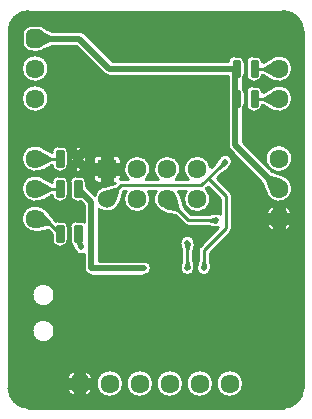
<source format=gbr>
G04 Generated by Ultiboard 13.0 *
%FSLAX25Y25*%
%MOIN*%

%ADD10C,0.00001*%
%ADD11C,0.01000*%
%ADD12C,0.02000*%
%ADD13C,0.06334*%
%ADD14R,0.02083X0.02083*%
%ADD15C,0.03917*%
%ADD16R,0.01084X0.04168*%
%ADD17C,0.01666*%
%ADD18C,0.02000*%
%ADD19C,0.06000*%
%ADD20R,0.06334X0.06334*%


G04 ColorRGB 0000FF for the following layer *
%LNCopper Bottom*%
%LPD*%
G54D10*
G36*
X99990Y7515D02*
X99990Y7515D01*
X99990Y126485D01*
G74*
D01*
G02X99992Y126555I2010J22*
G01*
G74*
D01*
G03X93555Y132992I6507J70*
G01*
G74*
D01*
G02X93485Y132990I92J2007*
G01*
X93485Y132990D01*
X8515Y132990D01*
G75*
D01*
G02X8445Y132992I22J2010*
G01*
G74*
D01*
G03X2008Y126555I70J6507*
G01*
G74*
D01*
G02X2010Y126485I2007J92*
G01*
X2010Y126485D01*
X2010Y7515D01*
G75*
D01*
G02X2008Y7445I-2010J22*
G01*
G74*
D01*
G03X8445Y1008I6507J70*
G01*
G75*
D01*
G02X8515Y1010I92J-2007*
G01*
X8515Y1010D01*
X93485Y1010D01*
G74*
D01*
G02X93555Y1008I22J2010*
G01*
G74*
D01*
G03X99992Y7445I70J6507*
G01*
G75*
D01*
G02X99990Y7515I2007J92*
G01*
D02*
G37*
%LPC*%
G36*
X90415Y109717D02*
G74*
D01*
G02X89586Y109994I207J1998*
G01*
X89586Y109994D01*
X86534Y111834D01*
G74*
D01*
G02X84292Y109672I2242J81*
G01*
X84292Y109672D01*
X83208Y109672D01*
G75*
D01*
G02X80964Y111916I0J2244*
G01*
X80964Y111916D01*
X80964Y116084D01*
G75*
D01*
G02X83208Y118328I2244J0*
G01*
X83208Y118328D01*
X84292Y118328D01*
G74*
D01*
G02X86534Y116166I1J2244*
G01*
X86534Y116166D01*
X89586Y118006D01*
G74*
D01*
G02X89746Y118092I1031J1726*
G01*
G74*
D01*
G02X90415Y118283I878J1807*
G01*
G75*
D01*
G02X90415Y109717I1582J-4283*
G01*
D02*
G37*
G36*
X90415Y99717D02*
G74*
D01*
G02X89586Y99994I207J1998*
G01*
X89586Y99994D01*
X86534Y101834D01*
G74*
D01*
G02X84292Y99672I2242J81*
G01*
X84292Y99672D01*
X83208Y99672D01*
G75*
D01*
G02X80964Y101916I0J2244*
G01*
X80964Y101916D01*
X80964Y106084D01*
G75*
D01*
G02X83208Y108328I2244J0*
G01*
X83208Y108328D01*
X84292Y108328D01*
G74*
D01*
G02X86534Y106166I1J2244*
G01*
X86534Y106166D01*
X89586Y108006D01*
G74*
D01*
G02X89746Y108092I1031J1726*
G01*
G74*
D01*
G02X90415Y108283I878J1807*
G01*
G75*
D01*
G02X90415Y99717I1582J-4283*
G01*
D02*
G37*
G36*
X88192Y91479D02*
G75*
D01*
G02X88192Y91479I3808J2521*
G01*
D02*
G37*
G36*
X88968Y80585D02*
X88968Y80585D01*
X89732Y79820D01*
X92479Y78810D01*
X92479Y78810D01*
X93616Y78391D01*
G74*
D01*
G02X94537Y77797I868J2356*
G01*
G75*
D01*
G02X88203Y71463I-2539J-3795*
G01*
G74*
D01*
G02X87607Y72388I1761J1789*
G01*
X87607Y72388D01*
X86180Y76268D01*
X75724Y86724D01*
G75*
D01*
G02X74988Y88505I1775J1776*
G01*
X74988Y88505D01*
X74988Y101591D01*
G75*
D01*
G02X74964Y101916I2219J327*
G01*
X74964Y101916D01*
X74964Y106084D01*
G74*
D01*
G02X74988Y106409I2244J2*
G01*
X74988Y106409D01*
X74988Y111488D01*
X35500Y111488D01*
G75*
D01*
G02X35159Y111511I-2J2512*
G01*
G74*
D01*
G02X33724Y112224I342J2489*
G01*
X33724Y112224D01*
X24459Y121488D01*
X16274Y121488D01*
X14179Y120573D01*
G74*
D01*
G02X11792Y119584I2387J2386*
G01*
X11792Y119584D01*
X9709Y119584D01*
G75*
D01*
G02X6334Y122959I0J3375*
G01*
X6334Y122959D01*
X6334Y125042D01*
G75*
D01*
G02X9709Y128416I3375J-1*
G01*
X9709Y128416D01*
X11792Y128416D01*
G74*
D01*
G02X14179Y127427I0J3374*
G01*
X14179Y127427D01*
X16274Y126512D01*
X25497Y126512D01*
G75*
D01*
G02X26339Y126368I4J-2512*
G01*
G74*
D01*
G02X27279Y125774I839J2368*
G01*
X27279Y125774D01*
X36541Y116512D01*
X75005Y116512D01*
G75*
D01*
G02X77208Y118328I2203J-428*
G01*
X77208Y118328D01*
X78292Y118328D01*
G74*
D01*
G02X80536Y116084I0J2244*
G01*
X80536Y116084D01*
X80536Y111916D01*
G75*
D01*
G02X80012Y110475I-2244J0*
G01*
X80012Y110475D01*
X80012Y107525D01*
G74*
D01*
G02X80536Y106084I1719J1441*
G01*
X80536Y106084D01*
X80536Y101916D01*
G75*
D01*
G02X80012Y100475I-2244J0*
G01*
X80012Y100475D01*
X80012Y89541D01*
X88585Y80968D01*
G75*
D01*
G02X88968Y80585I3414J3031*
G01*
D02*
G37*
G36*
X92479Y119458D02*
G75*
D01*
G02X92479Y119458I-479J4542*
G01*
D02*
G37*
G36*
X91113Y62254D02*
X91113Y62254D01*
X91113Y61287D01*
G74*
D01*
G02X90434Y61676I888J2337*
G01*
X90434Y61676D01*
X90434Y59625D01*
G74*
D01*
G02X87625Y62434I525J3334*
G01*
X87625Y62434D01*
X89802Y62434D01*
G74*
D01*
G02X89662Y62738I2195J1195*
G01*
X89662Y62738D01*
X90502Y62738D01*
G75*
D01*
G02X90109Y64512I1497J1262*
G01*
X90109Y64512D01*
X89662Y64512D01*
G74*
D01*
G02X90424Y65566I2337J887*
G01*
X90424Y65566D01*
X87625Y65566D01*
G74*
D01*
G02X90434Y68375I3333J524*
G01*
X90434Y68375D01*
X90434Y65574D01*
G74*
D01*
G02X91113Y65963I1567J1948*
G01*
X91113Y65963D01*
X91113Y65746D01*
G75*
D01*
G02X92887Y65746I887J-1746*
G01*
X92887Y65746D01*
X92887Y65963D01*
G74*
D01*
G02X93566Y65574I888J2337*
G01*
X93566Y65574D01*
X93566Y68375D01*
G74*
D01*
G02X96375Y65566I523J3332*
G01*
X96375Y65566D01*
X93576Y65566D01*
G74*
D01*
G02X94338Y64512I1575J1941*
G01*
X94338Y64512D01*
X93891Y64512D01*
G75*
D01*
G02X93498Y62738I-1891J-512*
G01*
X93498Y62738D01*
X94338Y62738D01*
G74*
D01*
G02X94198Y62434I2336J891*
G01*
X94198Y62434D01*
X96375Y62434D01*
G74*
D01*
G02X93566Y59625I3333J524*
G01*
X93566Y59625D01*
X93566Y61676D01*
G74*
D01*
G02X92887Y61287I1567J1948*
G01*
X92887Y61287D01*
X92887Y62254D01*
G75*
D01*
G02X91113Y62254I-887J1746*
G01*
D02*
G37*
G36*
X6942Y91479D02*
G75*
D01*
G02X6942Y91479I3808J2521*
G01*
D02*
G37*
G36*
X6183Y104000D02*
G75*
D01*
G02X6183Y104000I4567J0*
G01*
D02*
G37*
G36*
X6183Y114000D02*
G75*
D01*
G02X6183Y114000I4567J0*
G01*
D02*
G37*
G36*
X27755Y81545D02*
X27755Y81545D01*
X26175Y84000D01*
X27755Y86455D01*
G74*
D01*
G02X27786Y86084I2212J372*
G01*
X27786Y86084D01*
X27786Y81916D01*
G75*
D01*
G02X27755Y81545I-2244J1*
G01*
D02*
G37*
G36*
X26479Y88123D02*
X26479Y88123D01*
X25000Y85825D01*
X23521Y88123D01*
G75*
D01*
G02X24458Y88328I937J-2038*
G01*
X24458Y88328D01*
X25542Y88328D01*
G74*
D01*
G02X26479Y88123I0J2244*
G01*
D02*
G37*
G36*
X22245Y86455D02*
X22245Y86455D01*
X23825Y84000D01*
X22245Y81545D01*
G75*
D01*
G02X22214Y81916I2212J372*
G01*
X22214Y81916D01*
X22214Y86084D01*
G74*
D01*
G02X22245Y86455I2244J1*
G01*
D02*
G37*
G36*
X26479Y79877D02*
G74*
D01*
G02X25542Y79672I937J2038*
G01*
X25542Y79672D01*
X24458Y79672D01*
G75*
D01*
G02X23521Y79877I0J2244*
G01*
X23521Y79877D01*
X25000Y82175D01*
X26479Y79877D01*
D02*
G37*
G36*
X12335Y88283D02*
G74*
D01*
G02X13167Y88004I207J1998*
G01*
X13167Y88004D01*
X16216Y86166D01*
G75*
D01*
G02X18458Y88328I2242J-81*
G01*
X18458Y88328D01*
X19542Y88328D01*
G74*
D01*
G02X21786Y86084I0J2244*
G01*
X21786Y86084D01*
X21786Y81916D01*
G75*
D01*
G02X19542Y79672I-2244J0*
G01*
X19542Y79672D01*
X18458Y79672D01*
G75*
D01*
G02X16216Y81834I1J2244*
G01*
X16216Y81834D01*
X13165Y79995D01*
G74*
D01*
G02X13042Y79927I1033J1723*
G01*
G74*
D01*
G02X12335Y79717I916J1788*
G01*
G75*
D01*
G02X12335Y88283I-1582J4283*
G01*
D02*
G37*
G36*
X84613Y68162D02*
G74*
D01*
G02X83162Y69613I887J2338*
G01*
X83162Y69613D01*
X84613Y69613D01*
X84613Y68162D01*
D02*
G37*
G36*
X12335Y69717D02*
G75*
D01*
G02X12335Y78283I-1582J4283*
G01*
G74*
D01*
G02X13167Y78004I207J1998*
G01*
X13167Y78004D01*
X16216Y76166D01*
G75*
D01*
G02X18458Y78328I2242J-81*
G01*
X18458Y78328D01*
X19542Y78328D01*
G74*
D01*
G02X21786Y76084I0J2244*
G01*
X21786Y76084D01*
X21786Y71916D01*
G75*
D01*
G02X19542Y69672I-2244J0*
G01*
X19542Y69672D01*
X18458Y69672D01*
G75*
D01*
G02X16216Y71834I1J2244*
G01*
X16216Y71834D01*
X13165Y69995D01*
G74*
D01*
G02X13042Y69927I1033J1723*
G01*
G74*
D01*
G02X12335Y69717I916J1788*
G01*
D02*
G37*
G36*
X17661Y63181D02*
G75*
D01*
G02X18458Y63328I799J-2096*
G01*
X18458Y63328D01*
X19542Y63328D01*
G74*
D01*
G02X21786Y61084I0J2244*
G01*
X21786Y61084D01*
X21786Y56916D01*
G75*
D01*
G02X19542Y54672I-2244J0*
G01*
X19542Y54672D01*
X18458Y54672D01*
G75*
D01*
G02X16214Y56916I0J2244*
G01*
X16214Y56916D01*
X16214Y58944D01*
X15006Y60152D01*
X11761Y59434D01*
G75*
D01*
G02X10887Y59435I-435J1961*
G01*
G75*
D01*
G02X13618Y67554I-137J4565*
G01*
G74*
D01*
G02X14317Y67025I834J1828*
G01*
X14317Y67025D01*
X17126Y63716D01*
X17661Y63181D01*
D02*
G37*
G36*
X59000Y47478D02*
G75*
D01*
G02X59025Y47918I2006J107*
G01*
X59025Y47918D01*
X59490Y50669D01*
X59490Y52831D01*
X59025Y55582D01*
G75*
D01*
G02X59000Y56022I1982J333*
G01*
G75*
D01*
G02X64000Y56022I2500J0*
G01*
G75*
D01*
G02X63974Y55578I-2006J-105*
G01*
X63974Y55578D01*
X63510Y52831D01*
X63510Y50669D01*
X63974Y47922D01*
G75*
D01*
G02X64000Y47478I-1980J-339*
G01*
G75*
D01*
G02X59000Y47478I-2500J0*
G01*
D02*
G37*
G36*
X69500Y47478D02*
G75*
D01*
G02X64500Y47478I-2500J0*
G01*
G75*
D01*
G02X64525Y47918I2006J107*
G01*
X64525Y47918D01*
X64990Y50669D01*
X64990Y53497D01*
G75*
D01*
G02X65579Y54921I2010J2*
G01*
X65579Y54921D01*
X71784Y61126D01*
G74*
D01*
G02X71022Y61000I784J2374*
G01*
G75*
D01*
G02X70788Y61001I-108J2006*
G01*
G74*
D01*
G02X70582Y61025I129J2006*
G01*
X70582Y61025D01*
X67831Y61490D01*
X61751Y61490D01*
G75*
D01*
G02X60329Y62079I0J2010*
G01*
X60329Y62079D01*
X57378Y65030D01*
X53627Y65960D01*
G74*
D01*
G02X52842Y66351I482J1950*
G01*
G75*
D01*
G02X50966Y73057I1907J4149*
G01*
X50966Y73057D01*
X48534Y73057D01*
G75*
D01*
G02X40966Y73057I-3784J-2555*
G01*
X40966Y73057D01*
X40149Y73057D01*
X40087Y72995D01*
X39106Y69333D01*
G74*
D01*
G02X39082Y69252I1938J530*
G01*
G74*
D01*
G02X38694Y68548I1918J598*
G01*
G75*
D01*
G02X32012Y67056I-3943J1952*
G01*
X32012Y67056D01*
X32012Y50012D01*
X47000Y50012D01*
G75*
D01*
G02X47000Y44988I0J-2512*
G01*
X47000Y44988D01*
X29500Y44988D01*
G75*
D01*
G02X26988Y47500I0J2512*
G01*
X26988Y47500D01*
X26988Y52203D01*
G75*
D01*
G02X23651Y53646I-987J2297*
G01*
G74*
D01*
G02X23527Y54072I1854J771*
G01*
X23527Y54072D01*
X23514Y54147D01*
G74*
D01*
G02X23013Y55199I1485J1353*
G01*
G75*
D01*
G02X22214Y56916I1445J1717*
G01*
X22214Y56916D01*
X22214Y61084D01*
G75*
D01*
G02X24458Y63328I2244J0*
G01*
X24458Y63328D01*
X25542Y63328D01*
G74*
D01*
G02X26988Y62800I0J2244*
G01*
X26988Y62800D01*
X26988Y68459D01*
X25764Y69683D01*
G74*
D01*
G02X25542Y69672I222J2233*
G01*
X25542Y69672D01*
X24458Y69672D01*
G75*
D01*
G02X22214Y71916I0J2244*
G01*
X22214Y71916D01*
X22214Y76084D01*
G75*
D01*
G02X24458Y78328I2244J0*
G01*
X24458Y78328D01*
X25542Y78328D01*
G74*
D01*
G02X27786Y76084I0J2244*
G01*
X27786Y76084D01*
X27786Y74767D01*
X30598Y71955D01*
G74*
D01*
G02X32798Y74443I4152J1454*
G01*
G74*
D01*
G02X33586Y74857I1305J1527*
G01*
X33586Y74857D01*
X37245Y75837D01*
X37334Y75926D01*
X36372Y75926D01*
X36372Y78878D01*
X39324Y78878D01*
X39324Y77333D01*
G75*
D01*
G02X39300Y77077I-1407J3*
G01*
G75*
D01*
G02X39319Y77077I10J-2010*
G01*
X39319Y77077D01*
X41727Y77077D01*
G75*
D01*
G02X47773Y77077I3023J3422*
G01*
X47773Y77077D01*
X51727Y77077D01*
G75*
D01*
G02X57773Y77077I3023J3422*
G01*
X57773Y77077D01*
X61727Y77077D01*
G75*
D01*
G02X69275Y81117I3024J3421*
G01*
X69275Y81117D01*
X70338Y82180D01*
X71954Y84454D01*
G74*
D01*
G02X72248Y84784I1638J1163*
G01*
G75*
D01*
G02X75783Y81248I1760J-1776*
G01*
G74*
D01*
G02X75453Y80954I1493J1343*
G01*
X75453Y80954D01*
X73180Y79338D01*
X71342Y77500D01*
X75919Y72923D01*
G74*
D01*
G02X76510Y71500I1418J1423*
G01*
X76510Y71500D01*
X76510Y61000D01*
G75*
D01*
G02X75919Y59577I-2010J1*
G01*
X75919Y59577D01*
X69010Y52668D01*
X69010Y50669D01*
X69474Y47922D01*
G75*
D01*
G02X69500Y47478I-1980J-339*
G01*
D02*
G37*
G36*
X33000Y80500D02*
G75*
D01*
G02X33000Y80500I1750J0*
G01*
D02*
G37*
G36*
X30176Y77333D02*
X30176Y77333D01*
X30176Y78878D01*
X33128Y78878D01*
X33128Y75926D01*
X31583Y75926D01*
G75*
D01*
G02X30176Y77333I0J1407*
G01*
D02*
G37*
G36*
X84850Y70500D02*
G75*
D01*
G02X84850Y70500I650J0*
G01*
D02*
G37*
G36*
X87838Y69613D02*
G74*
D01*
G02X86387Y68162I2338J887*
G01*
X86387Y68162D01*
X86387Y69613D01*
X87838Y69613D01*
D02*
G37*
G36*
X83162Y71387D02*
G74*
D01*
G02X84613Y72838I2338J887*
G01*
X84613Y72838D01*
X84613Y71387D01*
X83162Y71387D01*
D02*
G37*
G36*
X86387Y72838D02*
G74*
D01*
G02X87838Y71387I887J2338*
G01*
X87838Y71387D01*
X86387Y71387D01*
X86387Y72838D01*
D02*
G37*
G36*
X39324Y83667D02*
X39324Y83667D01*
X39324Y82122D01*
X36372Y82122D01*
X36372Y85074D01*
X37917Y85074D01*
G74*
D01*
G02X39324Y83667I0J1407*
G01*
D02*
G37*
G36*
X30176Y83667D02*
G75*
D01*
G02X31583Y85074I1407J0*
G01*
X31583Y85074D01*
X33128Y85074D01*
X33128Y82122D01*
X30176Y82122D01*
X30176Y83667D01*
D02*
G37*
G36*
X43521Y33387D02*
G74*
D01*
G02X44972Y34838I2337J886*
G01*
X44972Y34838D01*
X44972Y33387D01*
X43521Y33387D01*
D02*
G37*
G36*
X45208Y32500D02*
G75*
D01*
G02X45208Y32500I650J0*
G01*
D02*
G37*
G36*
X46745Y34838D02*
G74*
D01*
G02X48196Y33387I887J2338*
G01*
X48196Y33387D01*
X46745Y33387D01*
X46745Y34838D01*
D02*
G37*
G36*
X9650Y38500D02*
G75*
D01*
G02X9650Y38500I3850J0*
G01*
D02*
G37*
G36*
X48196Y31613D02*
G74*
D01*
G02X46745Y30162I2338J887*
G01*
X46745Y30162D01*
X46745Y31613D01*
X48196Y31613D01*
D02*
G37*
G36*
X44972Y30162D02*
G74*
D01*
G02X43521Y31613I887J2338*
G01*
X43521Y31613D01*
X44972Y31613D01*
X44972Y30162D01*
D02*
G37*
G36*
X42162Y20887D02*
G74*
D01*
G02X43613Y22338I2338J887*
G01*
X43613Y22338D01*
X43613Y20887D01*
X42162Y20887D01*
D02*
G37*
G36*
X45387Y22338D02*
G74*
D01*
G02X46838Y20887I887J2338*
G01*
X46838Y20887D01*
X45387Y20887D01*
X45387Y22338D01*
D02*
G37*
G36*
X46838Y19113D02*
G74*
D01*
G02X45387Y17662I2338J887*
G01*
X45387Y17662D01*
X45387Y19113D01*
X46838Y19113D01*
D02*
G37*
G36*
X43613Y17662D02*
G74*
D01*
G02X42162Y19113I887J2338*
G01*
X42162Y19113D01*
X43613Y19113D01*
X43613Y17662D01*
D02*
G37*
G36*
X43850Y20000D02*
G75*
D01*
G02X43850Y20000I650J0*
G01*
D02*
G37*
G36*
X9650Y26500D02*
G75*
D01*
G02X9650Y26500I3850J0*
G01*
D02*
G37*
G36*
X71058Y9000D02*
G75*
D01*
G02X71058Y9000I4567J0*
G01*
D02*
G37*
G36*
X61058Y9000D02*
G75*
D01*
G02X61058Y9000I4567J0*
G01*
D02*
G37*
G36*
X51058Y9000D02*
G75*
D01*
G02X51058Y9000I4567J0*
G01*
D02*
G37*
G36*
X41058Y9000D02*
G75*
D01*
G02X41058Y9000I4567J0*
G01*
D02*
G37*
G36*
X31058Y9000D02*
G75*
D01*
G02X31058Y9000I4567J0*
G01*
D02*
G37*
G36*
X30001Y10566D02*
X30001Y10566D01*
X27191Y10566D01*
X27191Y13375D01*
G74*
D01*
G02X30001Y10566I522J3332*
G01*
D02*
G37*
G36*
X24059Y13375D02*
X24059Y13375D01*
X24059Y10566D01*
X21250Y10566D01*
G74*
D01*
G02X24059Y13375I3333J524*
G01*
D02*
G37*
G36*
X27191Y4625D02*
X27191Y4625D01*
X27191Y7434D01*
X30001Y7434D01*
G74*
D01*
G02X27191Y4625I3334J525*
G01*
D02*
G37*
G36*
X23667Y9000D02*
G75*
D01*
G02X23667Y9000I1958J0*
G01*
D02*
G37*
G36*
X21250Y7434D02*
X21250Y7434D01*
X24059Y7434D01*
X24059Y4625D01*
G74*
D01*
G02X21250Y7434I525J3334*
G01*
D02*
G37*
%LPD*%
G36*
X60966Y73057D02*
X60966Y73057D01*
X58534Y73057D01*
G74*
D01*
G02X58899Y72408I3784J2555*
G01*
G74*
D01*
G02X59290Y71623I1559J1267*
G01*
X59290Y71623D01*
X60220Y67872D01*
X62582Y65510D01*
X67831Y65510D01*
X70582Y65975D01*
G75*
D01*
G02X70934Y66003I335J-1982*
G01*
G74*
D01*
G02X71022Y66000I24J2010*
G01*
G74*
D01*
G02X72490Y65507I23J2500*
G01*
X72490Y65507D01*
X72490Y70668D01*
X68500Y74658D01*
X67769Y73927D01*
G75*
D01*
G02X60966Y73057I-3019J-3427*
G01*
D02*
G37*
G54D11*
X60966Y73057D02*
X58534Y73057D01*
G74*
D01*
G02X58899Y72408I3784J2555*
G01*
G74*
D01*
G02X59290Y71623I1559J1267*
G01*
X60220Y67872D01*
X62582Y65510D01*
X67831Y65510D01*
X70582Y65975D01*
G75*
D01*
G02X70934Y66003I335J-1982*
G01*
G74*
D01*
G02X71022Y66000I24J2010*
G01*
G74*
D01*
G02X72490Y65507I23J2500*
G01*
X72490Y70668D01*
X68500Y74658D01*
X67769Y73927D01*
G75*
D01*
G02X60966Y73057I-3019J-3427*
G01*
X90415Y109717D02*
G74*
D01*
G02X89586Y109994I207J1998*
G01*
X86534Y111834D01*
G74*
D01*
G02X84292Y109672I2242J81*
G01*
X83208Y109672D01*
G75*
D01*
G02X80964Y111916I0J2244*
G01*
X80964Y116084D01*
G75*
D01*
G02X83208Y118328I2244J0*
G01*
X84292Y118328D01*
G74*
D01*
G02X86534Y116166I1J2244*
G01*
X89586Y118006D01*
G74*
D01*
G02X89746Y118092I1031J1726*
G01*
G74*
D01*
G02X90415Y118283I878J1807*
G01*
G75*
D01*
G02X90415Y109717I1582J-4283*
G01*
X90415Y99717D02*
G74*
D01*
G02X89586Y99994I207J1998*
G01*
X86534Y101834D01*
G74*
D01*
G02X84292Y99672I2242J81*
G01*
X83208Y99672D01*
G75*
D01*
G02X80964Y101916I0J2244*
G01*
X80964Y106084D01*
G75*
D01*
G02X83208Y108328I2244J0*
G01*
X84292Y108328D01*
G74*
D01*
G02X86534Y106166I1J2244*
G01*
X89586Y108006D01*
G74*
D01*
G02X89746Y108092I1031J1726*
G01*
G74*
D01*
G02X90415Y108283I878J1807*
G01*
G75*
D01*
G02X90415Y99717I1582J-4283*
G01*
X88192Y91479D02*
G75*
D01*
G02X88192Y91479I3808J2521*
G01*
X88968Y80585D02*
X89732Y79820D01*
X92479Y78810D01*
X92479Y78810D01*
X93616Y78391D01*
G74*
D01*
G02X94537Y77797I868J2356*
G01*
G75*
D01*
G02X88203Y71463I-2539J-3795*
G01*
G74*
D01*
G02X87607Y72388I1761J1789*
G01*
X86180Y76268D01*
X75724Y86724D01*
G75*
D01*
G02X74988Y88505I1775J1776*
G01*
X74988Y101591D01*
G75*
D01*
G02X74964Y101916I2219J327*
G01*
X74964Y106084D01*
G74*
D01*
G02X74988Y106409I2244J2*
G01*
X74988Y111488D01*
X35500Y111488D01*
G75*
D01*
G02X35159Y111511I-2J2512*
G01*
G74*
D01*
G02X33724Y112224I342J2489*
G01*
X24459Y121488D01*
X16274Y121488D01*
X14179Y120573D01*
G74*
D01*
G02X11792Y119584I2387J2386*
G01*
X9709Y119584D01*
G75*
D01*
G02X6334Y122959I0J3375*
G01*
X6334Y125042D01*
G75*
D01*
G02X9709Y128416I3375J-1*
G01*
X11792Y128416D01*
G74*
D01*
G02X14179Y127427I0J3374*
G01*
X16274Y126512D01*
X25497Y126512D01*
G75*
D01*
G02X26339Y126368I4J-2512*
G01*
G74*
D01*
G02X27279Y125774I839J2368*
G01*
X36541Y116512D01*
X75005Y116512D01*
G75*
D01*
G02X77208Y118328I2203J-428*
G01*
X78292Y118328D01*
G74*
D01*
G02X80536Y116084I0J2244*
G01*
X80536Y111916D01*
G75*
D01*
G02X80012Y110475I-2244J0*
G01*
X80012Y107525D01*
G74*
D01*
G02X80536Y106084I1719J1441*
G01*
X80536Y101916D01*
G75*
D01*
G02X80012Y100475I-2244J0*
G01*
X80012Y89541D01*
X88585Y80968D01*
G75*
D01*
G02X88968Y80585I3414J3031*
G01*
X92479Y119458D02*
G75*
D01*
G02X92479Y119458I-479J4542*
G01*
X91113Y62254D02*
X91113Y61287D01*
G74*
D01*
G02X90434Y61676I888J2337*
G01*
X90434Y59625D01*
G74*
D01*
G02X87625Y62434I525J3334*
G01*
X89802Y62434D01*
G74*
D01*
G02X89662Y62738I2195J1195*
G01*
X90502Y62738D01*
G75*
D01*
G02X90109Y64512I1497J1262*
G01*
X89662Y64512D01*
G74*
D01*
G02X90424Y65566I2337J887*
G01*
X87625Y65566D01*
G74*
D01*
G02X90434Y68375I3333J524*
G01*
X90434Y65574D01*
G74*
D01*
G02X91113Y65963I1567J1948*
G01*
X91113Y65746D01*
G75*
D01*
G02X92887Y65746I887J-1746*
G01*
X92887Y65963D01*
G74*
D01*
G02X93566Y65574I888J2337*
G01*
X93566Y68375D01*
G74*
D01*
G02X96375Y65566I523J3332*
G01*
X93576Y65566D01*
G74*
D01*
G02X94338Y64512I1575J1941*
G01*
X93891Y64512D01*
G75*
D01*
G02X93498Y62738I-1891J-512*
G01*
X94338Y62738D01*
G74*
D01*
G02X94198Y62434I2336J891*
G01*
X96375Y62434D01*
G74*
D01*
G02X93566Y59625I3333J524*
G01*
X93566Y61676D01*
G74*
D01*
G02X92887Y61287I1567J1948*
G01*
X92887Y62254D01*
G75*
D01*
G02X91113Y62254I-887J1746*
G01*
X6942Y91479D02*
G75*
D01*
G02X6942Y91479I3808J2521*
G01*
X6183Y104000D02*
G75*
D01*
G02X6183Y104000I4567J0*
G01*
X6183Y114000D02*
G75*
D01*
G02X6183Y114000I4567J0*
G01*
X27755Y81545D02*
X26175Y84000D01*
X27755Y86455D01*
G74*
D01*
G02X27786Y86084I2212J372*
G01*
X27786Y81916D01*
G75*
D01*
G02X27755Y81545I-2244J1*
G01*
X26479Y88123D02*
X25000Y85825D01*
X23521Y88123D01*
G75*
D01*
G02X24458Y88328I937J-2038*
G01*
X25542Y88328D01*
G74*
D01*
G02X26479Y88123I0J2244*
G01*
X22245Y86455D02*
X23825Y84000D01*
X22245Y81545D01*
G75*
D01*
G02X22214Y81916I2212J372*
G01*
X22214Y86084D01*
G74*
D01*
G02X22245Y86455I2244J1*
G01*
X26479Y79877D02*
G74*
D01*
G02X25542Y79672I937J2038*
G01*
X24458Y79672D01*
G75*
D01*
G02X23521Y79877I0J2244*
G01*
X25000Y82175D01*
X26479Y79877D01*
X12335Y88283D02*
G74*
D01*
G02X13167Y88004I207J1998*
G01*
X16216Y86166D01*
G75*
D01*
G02X18458Y88328I2242J-81*
G01*
X19542Y88328D01*
G74*
D01*
G02X21786Y86084I0J2244*
G01*
X21786Y81916D01*
G75*
D01*
G02X19542Y79672I-2244J0*
G01*
X18458Y79672D01*
G75*
D01*
G02X16216Y81834I1J2244*
G01*
X13165Y79995D01*
G74*
D01*
G02X13042Y79927I1033J1723*
G01*
G74*
D01*
G02X12335Y79717I916J1788*
G01*
G75*
D01*
G02X12335Y88283I-1582J4283*
G01*
X84613Y68162D02*
G74*
D01*
G02X83162Y69613I887J2338*
G01*
X84613Y69613D01*
X84613Y68162D01*
X12335Y69717D02*
G75*
D01*
G02X12335Y78283I-1582J4283*
G01*
G74*
D01*
G02X13167Y78004I207J1998*
G01*
X16216Y76166D01*
G75*
D01*
G02X18458Y78328I2242J-81*
G01*
X19542Y78328D01*
G74*
D01*
G02X21786Y76084I0J2244*
G01*
X21786Y71916D01*
G75*
D01*
G02X19542Y69672I-2244J0*
G01*
X18458Y69672D01*
G75*
D01*
G02X16216Y71834I1J2244*
G01*
X13165Y69995D01*
G74*
D01*
G02X13042Y69927I1033J1723*
G01*
G74*
D01*
G02X12335Y69717I916J1788*
G01*
X17661Y63181D02*
G75*
D01*
G02X18458Y63328I799J-2096*
G01*
X19542Y63328D01*
G74*
D01*
G02X21786Y61084I0J2244*
G01*
X21786Y56916D01*
G75*
D01*
G02X19542Y54672I-2244J0*
G01*
X18458Y54672D01*
G75*
D01*
G02X16214Y56916I0J2244*
G01*
X16214Y58944D01*
X15006Y60152D01*
X11761Y59434D01*
G75*
D01*
G02X10887Y59435I-435J1961*
G01*
G75*
D01*
G02X13618Y67554I-137J4565*
G01*
G74*
D01*
G02X14317Y67025I834J1828*
G01*
X17126Y63716D01*
X17661Y63181D01*
X59000Y47478D02*
G75*
D01*
G02X59025Y47918I2006J107*
G01*
X59490Y50669D01*
X59490Y52831D01*
X59025Y55582D01*
G75*
D01*
G02X59000Y56022I1982J333*
G01*
G75*
D01*
G02X64000Y56022I2500J0*
G01*
G75*
D01*
G02X63974Y55578I-2006J-105*
G01*
X63510Y52831D01*
X63510Y50669D01*
X63974Y47922D01*
G75*
D01*
G02X64000Y47478I-1980J-339*
G01*
G75*
D01*
G02X59000Y47478I-2500J0*
G01*
X69500Y47478D02*
G75*
D01*
G02X64500Y47478I-2500J0*
G01*
G75*
D01*
G02X64525Y47918I2006J107*
G01*
X64990Y50669D01*
X64990Y53497D01*
G75*
D01*
G02X65579Y54921I2010J2*
G01*
X71784Y61126D01*
G74*
D01*
G02X71022Y61000I784J2374*
G01*
G75*
D01*
G02X70788Y61001I-108J2006*
G01*
G74*
D01*
G02X70582Y61025I129J2006*
G01*
X67831Y61490D01*
X61751Y61490D01*
G75*
D01*
G02X60329Y62079I0J2010*
G01*
X57378Y65030D01*
X53627Y65960D01*
G74*
D01*
G02X52842Y66351I482J1950*
G01*
G75*
D01*
G02X50966Y73057I1907J4149*
G01*
X48534Y73057D01*
G75*
D01*
G02X40966Y73057I-3784J-2555*
G01*
X40149Y73057D01*
X40087Y72995D01*
X39106Y69333D01*
G74*
D01*
G02X39082Y69252I1938J530*
G01*
G74*
D01*
G02X38694Y68548I1918J598*
G01*
G75*
D01*
G02X32012Y67056I-3943J1952*
G01*
X32012Y50012D01*
X47000Y50012D01*
G75*
D01*
G02X47000Y44988I0J-2512*
G01*
X29500Y44988D01*
G75*
D01*
G02X26988Y47500I0J2512*
G01*
X26988Y52203D01*
G75*
D01*
G02X23651Y53646I-987J2297*
G01*
G74*
D01*
G02X23527Y54072I1854J771*
G01*
X23514Y54147D01*
G74*
D01*
G02X23013Y55199I1485J1353*
G01*
G75*
D01*
G02X22214Y56916I1445J1717*
G01*
X22214Y61084D01*
G75*
D01*
G02X24458Y63328I2244J0*
G01*
X25542Y63328D01*
G74*
D01*
G02X26988Y62800I0J2244*
G01*
X26988Y68459D01*
X25764Y69683D01*
G74*
D01*
G02X25542Y69672I222J2233*
G01*
X24458Y69672D01*
G75*
D01*
G02X22214Y71916I0J2244*
G01*
X22214Y76084D01*
G75*
D01*
G02X24458Y78328I2244J0*
G01*
X25542Y78328D01*
G74*
D01*
G02X27786Y76084I0J2244*
G01*
X27786Y74767D01*
X30598Y71955D01*
G74*
D01*
G02X32798Y74443I4152J1454*
G01*
G74*
D01*
G02X33586Y74857I1305J1527*
G01*
X37245Y75837D01*
X37334Y75926D01*
X36372Y75926D01*
X36372Y78878D01*
X39324Y78878D01*
X39324Y77333D01*
G75*
D01*
G02X39300Y77077I-1407J3*
G01*
G75*
D01*
G02X39319Y77077I10J-2010*
G01*
X41727Y77077D01*
G75*
D01*
G02X47773Y77077I3023J3422*
G01*
X51727Y77077D01*
G75*
D01*
G02X57773Y77077I3023J3422*
G01*
X61727Y77077D01*
G75*
D01*
G02X69275Y81117I3024J3421*
G01*
X70338Y82180D01*
X71954Y84454D01*
G74*
D01*
G02X72248Y84784I1638J1163*
G01*
G75*
D01*
G02X75783Y81248I1760J-1776*
G01*
G74*
D01*
G02X75453Y80954I1493J1343*
G01*
X73180Y79338D01*
X71342Y77500D01*
X75919Y72923D01*
G74*
D01*
G02X76510Y71500I1418J1423*
G01*
X76510Y61000D01*
G75*
D01*
G02X75919Y59577I-2010J1*
G01*
X69010Y52668D01*
X69010Y50669D01*
X69474Y47922D01*
G75*
D01*
G02X69500Y47478I-1980J-339*
G01*
X33000Y80500D02*
G75*
D01*
G02X33000Y80500I1750J0*
G01*
X30176Y77333D02*
X30176Y78878D01*
X33128Y78878D01*
X33128Y75926D01*
X31583Y75926D01*
G75*
D01*
G02X30176Y77333I0J1407*
G01*
X84850Y70500D02*
G75*
D01*
G02X84850Y70500I650J0*
G01*
X87838Y69613D02*
G74*
D01*
G02X86387Y68162I2338J887*
G01*
X86387Y69613D01*
X87838Y69613D01*
X83162Y71387D02*
G74*
D01*
G02X84613Y72838I2338J887*
G01*
X84613Y71387D01*
X83162Y71387D01*
X86387Y72838D02*
G74*
D01*
G02X87838Y71387I887J2338*
G01*
X86387Y71387D01*
X86387Y72838D01*
X39324Y83667D02*
X39324Y82122D01*
X36372Y82122D01*
X36372Y85074D01*
X37917Y85074D01*
G74*
D01*
G02X39324Y83667I0J1407*
G01*
X30176Y83667D02*
G75*
D01*
G02X31583Y85074I1407J0*
G01*
X33128Y85074D01*
X33128Y82122D01*
X30176Y82122D01*
X30176Y83667D01*
X43521Y33387D02*
G74*
D01*
G02X44972Y34838I2337J886*
G01*
X44972Y33387D01*
X43521Y33387D01*
X45208Y32500D02*
G75*
D01*
G02X45208Y32500I650J0*
G01*
X46745Y34838D02*
G74*
D01*
G02X48196Y33387I887J2338*
G01*
X46745Y33387D01*
X46745Y34838D01*
X9650Y38500D02*
G75*
D01*
G02X9650Y38500I3850J0*
G01*
X48196Y31613D02*
G74*
D01*
G02X46745Y30162I2338J887*
G01*
X46745Y31613D01*
X48196Y31613D01*
X44972Y30162D02*
G74*
D01*
G02X43521Y31613I887J2338*
G01*
X44972Y31613D01*
X44972Y30162D01*
X42162Y20887D02*
G74*
D01*
G02X43613Y22338I2338J887*
G01*
X43613Y20887D01*
X42162Y20887D01*
X45387Y22338D02*
G74*
D01*
G02X46838Y20887I887J2338*
G01*
X45387Y20887D01*
X45387Y22338D01*
X46838Y19113D02*
G74*
D01*
G02X45387Y17662I2338J887*
G01*
X45387Y19113D01*
X46838Y19113D01*
X43613Y17662D02*
G74*
D01*
G02X42162Y19113I887J2338*
G01*
X43613Y19113D01*
X43613Y17662D01*
X43850Y20000D02*
G75*
D01*
G02X43850Y20000I650J0*
G01*
X9650Y26500D02*
G75*
D01*
G02X9650Y26500I3850J0*
G01*
X71058Y9000D02*
G75*
D01*
G02X71058Y9000I4567J0*
G01*
X61058Y9000D02*
G75*
D01*
G02X61058Y9000I4567J0*
G01*
X51058Y9000D02*
G75*
D01*
G02X51058Y9000I4567J0*
G01*
X41058Y9000D02*
G75*
D01*
G02X41058Y9000I4567J0*
G01*
X31058Y9000D02*
G75*
D01*
G02X31058Y9000I4567J0*
G01*
X30001Y10566D02*
X27191Y10566D01*
X27191Y13375D01*
G74*
D01*
G02X30001Y10566I522J3332*
G01*
X24059Y13375D02*
X24059Y10566D01*
X21250Y10566D01*
G74*
D01*
G02X24059Y13375I3333J524*
G01*
X27191Y4625D02*
X27191Y7434D01*
X30001Y7434D01*
G74*
D01*
G02X27191Y4625I3334J525*
G01*
X23667Y9000D02*
G75*
D01*
G02X23667Y9000I1958J0*
G01*
X21250Y7434D02*
X24059Y7434D01*
X24059Y4625D01*
G74*
D01*
G02X21250Y7434I525J3334*
G01*
X99990Y7515D02*
X99990Y126485D01*
G74*
D01*
G02X99992Y126555I2010J22*
G01*
G74*
D01*
G03X93555Y132992I6507J70*
G01*
G74*
D01*
G02X93485Y132990I92J2007*
G01*
X8515Y132990D01*
G75*
D01*
G02X8445Y132992I22J2010*
G01*
G74*
D01*
G03X2008Y126555I70J6507*
G01*
G74*
D01*
G02X2010Y126485I2007J92*
G01*
X2010Y7515D01*
G75*
D01*
G02X2008Y7445I-2010J22*
G01*
G74*
D01*
G03X8445Y1008I6507J70*
G01*
G75*
D01*
G02X8515Y1010I92J-2007*
G01*
X93485Y1010D01*
G74*
D01*
G02X93555Y1008I22J2010*
G01*
G74*
D01*
G03X99992Y7445I70J6507*
G01*
G75*
D01*
G02X99990Y7515I2007J92*
G01*
X19000Y59000D02*
X14000Y64000D01*
X10625Y64000D01*
X26000Y54500D02*
X25000Y55500D01*
X25000Y59000D01*
X34750Y70500D02*
X39317Y75067D01*
X66067Y75067D01*
X74000Y83000D01*
X11000Y74000D02*
X19000Y74000D01*
X19000Y84000D02*
X10750Y84000D01*
X54750Y70500D02*
X61750Y63500D01*
X71000Y63500D01*
X61500Y47500D02*
X61500Y56000D01*
X68500Y77500D02*
X74500Y71500D01*
X67000Y53500D02*
X74500Y61000D01*
X74500Y71500D01*
X67000Y53500D02*
X67000Y47500D01*
X84000Y114000D02*
X92000Y114000D01*
X83750Y104000D02*
X92250Y104000D01*
G36*
X58404Y66846D02*
X58404Y66846D01*
X54108Y67911D01*
X57339Y71142D01*
X58404Y66846D01*
D02*
G37*
X54108Y67911D01*
X57339Y71142D01*
X58404Y66846D01*
G36*
X38286Y74036D02*
X38286Y74036D01*
X37165Y69853D01*
X34103Y72915D01*
X38286Y74036D01*
D02*
G37*
X37165Y69853D01*
X34103Y72915D01*
X38286Y74036D01*
G36*
X86833Y104000D02*
X86833Y104000D01*
X90623Y106284D01*
X90623Y101716D01*
X86833Y104000D01*
D02*
G37*
X90623Y106284D01*
X90623Y101716D01*
X86833Y104000D01*
G36*
X86833Y114000D02*
X86833Y114000D01*
X90623Y116284D01*
X90623Y111716D01*
X86833Y114000D01*
D02*
G37*
X90623Y116284D01*
X90623Y111716D01*
X86833Y114000D01*
G36*
X67000Y50500D02*
X67000Y50500D01*
X67493Y47583D01*
X66507Y47583D01*
X67000Y50500D01*
D02*
G37*
X67493Y47583D01*
X66507Y47583D01*
X67000Y50500D01*
G36*
X61500Y53000D02*
X61500Y53000D01*
X61007Y55917D01*
X61993Y55917D01*
X61500Y53000D01*
D02*
G37*
X61007Y55917D01*
X61993Y55917D01*
X61500Y53000D01*
G36*
X61500Y50500D02*
X61500Y50500D01*
X61993Y47583D01*
X61007Y47583D01*
X61500Y50500D01*
D02*
G37*
X61993Y47583D01*
X61007Y47583D01*
X61500Y50500D01*
G36*
X68000Y63500D02*
X68000Y63500D01*
X70917Y63993D01*
X70917Y63007D01*
X68000Y63500D01*
D02*
G37*
X70917Y63993D01*
X70917Y63007D01*
X68000Y63500D01*
G36*
X71879Y80879D02*
X71879Y80879D01*
X73592Y83290D01*
X74290Y82592D01*
X71879Y80879D01*
D02*
G37*
X73592Y83290D01*
X74290Y82592D01*
X71879Y80879D01*
G36*
X25000Y57328D02*
X25000Y57328D01*
X26437Y54743D01*
X25507Y54414D01*
X25000Y57328D01*
D02*
G37*
X26437Y54743D01*
X25507Y54414D01*
X25000Y57328D01*
G36*
X15917Y84000D02*
X15917Y84000D01*
X12127Y81716D01*
X12127Y86284D01*
X15917Y84000D01*
D02*
G37*
X12127Y81716D01*
X12127Y86284D01*
X15917Y84000D01*
G36*
X15917Y74000D02*
X15917Y74000D01*
X12127Y71716D01*
X12127Y76284D01*
X15917Y74000D01*
D02*
G37*
X12127Y71716D01*
X12127Y76284D01*
X15917Y74000D01*
G36*
X15647Y62353D02*
X15647Y62353D01*
X11326Y61396D01*
X12783Y65726D01*
X15647Y62353D01*
D02*
G37*
X11326Y61396D01*
X12783Y65726D01*
X15647Y62353D01*
G54D12*
X47000Y47500D02*
X29500Y47500D01*
X29500Y69500D01*
X25000Y74000D02*
X29500Y69500D01*
X35500Y114000D02*
X77750Y114000D01*
X35500Y114000D02*
X25500Y124000D01*
X11000Y124000D01*
X92000Y74000D02*
X77500Y88500D01*
X77500Y113875D01*
G36*
X88346Y77654D02*
X88346Y77654D01*
X92748Y76034D01*
X89966Y73252D01*
X88346Y77654D01*
D02*
G37*
X92748Y76034D01*
X89966Y73252D01*
X88346Y77654D01*
G36*
X15750Y124000D02*
X15750Y124000D01*
X11550Y122167D01*
X11550Y125833D01*
X15750Y124000D01*
D02*
G37*
X11550Y122167D01*
X11550Y125833D01*
X15750Y124000D01*
G54D13*
X45625Y9000D03*
X55625Y9000D03*
X65625Y9000D03*
X35625Y9000D03*
X75625Y9000D03*
X10750Y64000D03*
X10750Y74000D03*
X10750Y84000D03*
X10750Y94000D03*
X10750Y104000D03*
X10750Y114000D03*
X92000Y114000D03*
X92000Y74000D03*
X92000Y104000D03*
X92000Y94000D03*
X92000Y84000D03*
X92000Y124000D03*
X54750Y70500D03*
X64750Y80500D03*
X44750Y70500D03*
X44750Y80500D03*
X54750Y80500D03*
X64750Y70500D03*
G54D14*
X25625Y9000D03*
X10750Y124000D03*
X92000Y64000D03*
G54D15*
X24584Y7959D02*
X26666Y7959D01*
X26666Y10041D01*
X24584Y10041D01*
X24584Y7959D01*D02*
X9709Y122959D02*
X11791Y122959D01*
X11791Y125041D01*
X9709Y125041D01*
X9709Y122959D01*D02*
X90959Y62959D02*
X93041Y62959D01*
X93041Y65041D01*
X90959Y65041D01*
X90959Y62959D01*D02*
G54D16*
X19000Y84000D03*
X25000Y84000D03*
X19000Y59000D03*
X25000Y59000D03*
X25000Y74000D03*
X19000Y74000D03*
X77750Y114000D03*
X83750Y114000D03*
X83750Y104000D03*
X77750Y104000D03*
G54D17*
X18458Y81916D02*
X19542Y81916D01*
X19542Y86084D01*
X18458Y86084D01*
X18458Y81916D01*D02*
X24458Y81916D02*
X25542Y81916D01*
X25542Y86084D01*
X24458Y86084D01*
X24458Y81916D01*D02*
X18458Y56916D02*
X19542Y56916D01*
X19542Y61084D01*
X18458Y61084D01*
X18458Y56916D01*D02*
X24458Y56916D02*
X25542Y56916D01*
X25542Y61084D01*
X24458Y61084D01*
X24458Y56916D01*D02*
X24458Y71916D02*
X25542Y71916D01*
X25542Y76084D01*
X24458Y76084D01*
X24458Y71916D01*D02*
X18458Y71916D02*
X19542Y71916D01*
X19542Y76084D01*
X18458Y76084D01*
X18458Y71916D01*D02*
X77208Y111916D02*
X78292Y111916D01*
X78292Y116084D01*
X77208Y116084D01*
X77208Y111916D01*D02*
X83208Y111916D02*
X84292Y111916D01*
X84292Y116084D01*
X83208Y116084D01*
X83208Y111916D01*D02*
X83208Y101916D02*
X84292Y101916D01*
X84292Y106084D01*
X83208Y106084D01*
X83208Y101916D01*D02*
X77208Y101916D02*
X78292Y101916D01*
X78292Y106084D01*
X77208Y106084D01*
X77208Y101916D01*D02*
G54D18*
X47000Y47500D03*
X26000Y54500D03*
X92000Y63625D03*
X45858Y32500D03*
X74000Y83000D03*
X71000Y63500D03*
X29500Y47500D03*
X44500Y20000D03*
X61500Y47500D03*
X61500Y56000D03*
X67000Y47500D03*
X11000Y124000D03*
X85500Y70500D03*
G54D19*
X34750Y70500D03*
G54D20*
X34750Y80500D03*

M02*

</source>
